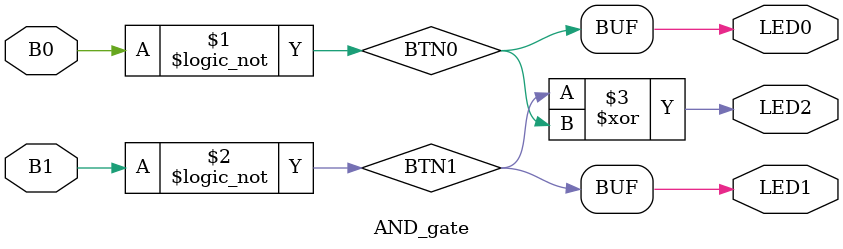
<source format=v>
module AND_gate (
input B1,
input B0,
output  LED2,
output LED1,
output LED0   
);
// Button assignments 
assign BTN0 = !B0;
assign BTN1 = !B1;

// Add your code below
assign LED0 = BTN0; 
assign LED1 = BTN1; 
assign LED2 = BTN1 ^ BTN0;
 
endmodule
</source>
